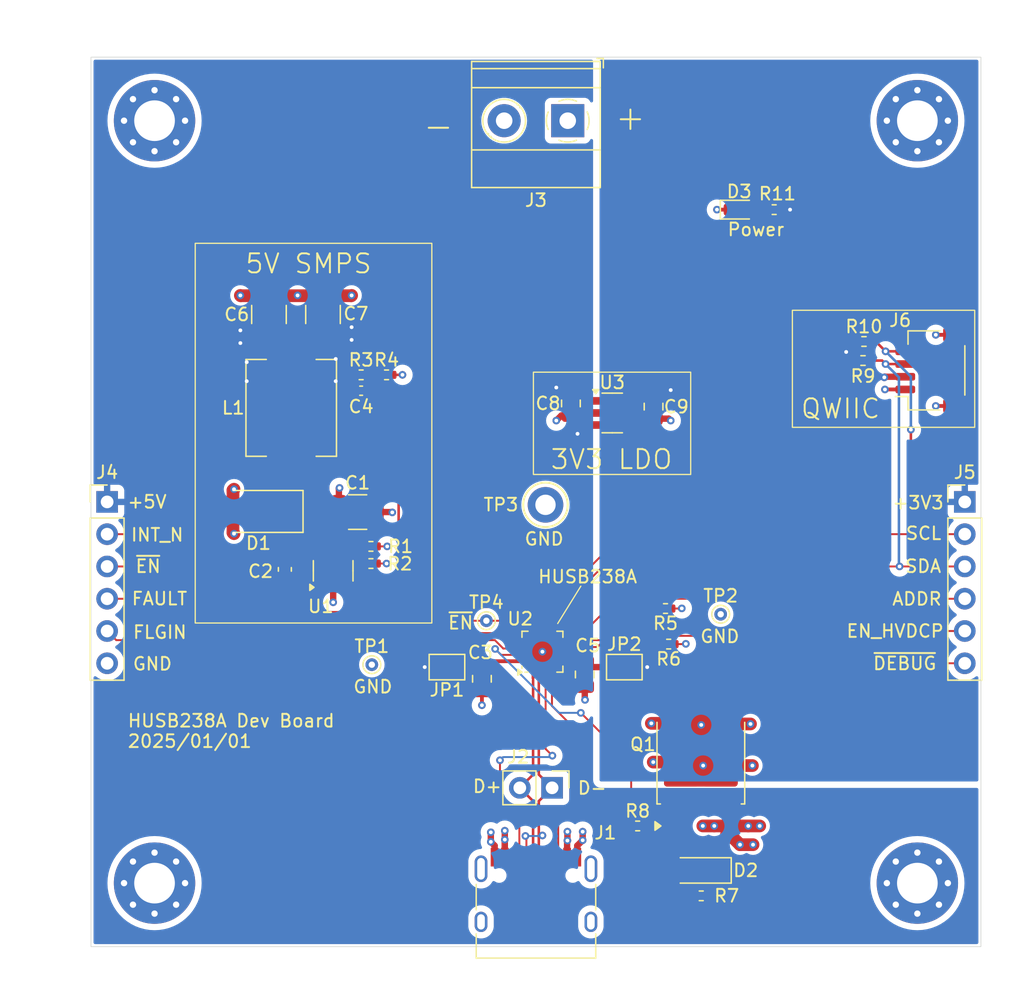
<source format=kicad_pcb>
(kicad_pcb (version 20240108) (generator "pcbnew") (generator_version "8.0")
  (layers (0 "F.Cu" signal) (1 "In1.Cu" signal) (2 "In2.Cu" signal) (31 "B.Cu" signal) (34 "B.Paste" user) (35 "F.Paste" user) (36 "B.SilkS" user "B.Silkscreen") (37 "F.SilkS" user "F.Silkscreen") (38 "B.Mask" user) (39 "F.Mask" user) (44 "Edge.Cuts" user))
  (net 0 "")
  (net 1 "VDD")
  (net 2 "GND")
  (net 3 "Net-(U1-CB)")
  (net 4 "Net-(D1-K)")
  (net 5 "Net-(JP1-A)")
  (net 6 "Net-(U1-FB)")
  (net 7 "+5V")
  (net 8 "+3V3")
  (net 9 "/VBUS")
  (net 10 "Net-(D2-A)")
  (net 11 "Net-(D3-A)")
  (net 13 "/USB_D-")
  (net 14 "/CC2")
  (net 15 "/CC1")
  (net 17 "/USB_D+")
  (net 18 "/SCL")
  (net 19 "/INT_N")
  (net 20 "/SDA")
  (net 21 "/~{ENABLE}")
  (net 22 "/FLGIN")
  (net 23 "/EN_HVDCP")
  (net 24 "/FAULT")
  (net 25 "/DEBUG_N")
  (net 26 "/ADDR")
  (net 27 "Net-(U1-~{SHDN})")
  (net 28 "Net-(U2-GATE)")
  (net 30 "Net-(JP2-A)")
  (footprint "TerminalBlock_Phoenix:TerminalBlock_Phoenix_MKDS-1,5-2_1x02_P5.00mm_Horizontal" (layer "F.Cu") (at 87.5 55 180)
    (property "Reference" "J3")
    (property "Value" "Screw_Terminal_01x02")
  )
  (footprint "Capacitor_SMD:C_0402_1005Metric" (layer "F.Cu") (at 71.25 76.25)
    (property "Reference" "C4")
    (property "Value" "22p")
  )
  (footprint "Package_TO_SOT_SMD:SOT-23-6" (layer "F.Cu") (at 69.05 90.4225 90)
    (property "Reference" "U1")
    (property "Value" "LMR14006")
  )
  (footprint "TestPoint:TestPoint_Keystone_5010-5014_Multipurpose" (layer "F.Cu") (at 85.75 85.23)
    (property "Reference" "TP3")
    (property "Value" "TestPoint")
  )
  (footprint "Package_DFN_QFN:QFN-16-1EP_3x3mm_P0.5mm_EP1.7x1.7mm" (layer "F.Cu") (at 85.51 96.7875 90)
    (property "Reference" "U2")
    (property "Value" "HUSB238A")
  )
  (footprint "Connector_USB:USB_C_Receptacle_HRO_TYPE-C-31-M-12" (layer "F.Cu") (at 85 117)
    (property "Reference" "J1")
    (property "Value" "USB_C_Receptacle_USB2.0_16P")
  )
  (footprint "Resistor_SMD:R_0402_1005Metric" (layer "F.Cu") (at 72.02 88.5 180)
    (property "Reference" "R1")
    (property "Value" "DNP")
  )
  (footprint "Resistor_SMD:R_0402_1005Metric" (layer "F.Cu") (at 98 116)
    (property "Reference" "R7")
    (property "Value" "DNP")
  )
  (footprint "Package_TO_SOT_SMD:TO-252-2" (layer "F.Cu") (at 97.97 105.46 90)
    (property "Reference" "Q1")
    (property "Value" "DOD50P06")
  )
  (footprint "TestPoint:TestPoint_THTPad_D1.0mm_Drill0.5mm" (layer "F.Cu") (at 72.09 97.81)
    (property "Reference" "TP1")
    (property "Value" "TestPoint")
  )
  (footprint "Capacitor_SMD:C_1210_3225Metric" (layer "F.Cu") (at 64 70.25 90)
    (property "Reference" "C6")
    (property "Value" "10u")
  )
  (footprint "Capacitor_SMD:C_0805_2012Metric" (layer "F.Cu") (at 80.75 98.92 -90)
    (property "Reference" "C3")
    (property "Value" "1u")
  )
  (footprint "LED_SMD:LED_0603_1608Metric" (layer "F.Cu") (at 100.9875 62)
    (property "Reference" "D3")
    (property "Value" "Blue")
  )
  (footprint "Package_TO_SOT_SMD:SOT-23-5" (layer "F.Cu") (at 91 78)
    (property "Reference" "U3")
    (property "Value" "ME6211C33")
  )
  (footprint "TestPoint:TestPoint_THTPad_D1.0mm_Drill0.5mm" (layer "F.Cu") (at 81.1 94.35)
    (property "Reference" "TP4")
    (property "Value" "TestPoint")
  )
  (footprint "Connector_JST:JST_SH_SM04B-SRSS-TB_1x04-1MP_P1.00mm_Horizontal" (layer "F.Cu") (at 116.05 74.65 90)
    (property "Reference" "J6")
    (property "Value" "Conn_QWIIC_Horizontal")
  )
  (footprint "Resistor_SMD:R_0402_1005Metric" (layer "F.Cu") (at 103.7375 62 180)
    (property "Reference" "R11")
    (property "Value" "1k")
  )
  (footprint "Jumper:SolderJumper-2_P1.3mm_Bridged_Pad1.0x1.5mm" (layer "F.Cu") (at 78 98 180)
    (property "Reference" "JP1")
    (property "Value" "Jumper_2_Bridged")
  )
  (footprint "Resistor_SMD:R_0402_1005Metric" (layer "F.Cu") (at 71.25 75)
    (property "Reference" "R3")
    (property "Value" "54.9k")
  )
  (footprint "Capacitor_SMD:C_1210_3225Metric" (layer "F.Cu") (at 70.975 85.8)
    (property "Reference" "C1")
    (property "Value" "10u")
  )
  (footprint "TestPoint:TestPoint_THTPad_D1.0mm_Drill0.5mm" (layer "F.Cu") (at 99.53 93.84)
    (property "Reference" "TP2")
    (property "Value" "TestPoint")
  )
  (footprint "Connector_PinHeader_2.54mm:PinHeader_1x02_P2.54mm_Vertical" (layer "F.Cu") (at 86.27 107.5 -90)
    (property "Reference" "J2")
    (property "Value" "USB_DEBUG")
  )
  (footprint "MountingHole:MountingHole_3.2mm_M3_Pad_Via" (layer "F.Cu") (at 55 55)
    (property "Reference" "H1" (hide yes))
    (property "Value" "MountingHole_Pad")
  )
  (footprint "Resistor_SMD:R_0402_1005Metric" (layer "F.Cu") (at 95.19 93.39 180)
    (property "Reference" "R5")
    (property "Value" "820k")
  )
  (footprint "Resistor_SMD:R_0402_1005Metric_Pad0.72x0.64mm_HandSolder" (layer "F.Cu") (at 110.8 72.375)
    (property "Reference" "R10")
    (property "Value" "2.2k")
  )
  (footprint "Diode_SMD:D_SOD-123" (layer "F.Cu") (at 98 114 180)
    (property "Reference" "D2")
    (property "Value" "12V")
  )
  (footprint "Connector_PinHeader_2.54mm:PinHeader_1x06_P2.54mm_Vertical" (layer "F.Cu") (at 51.27 85)
    (property "Reference" "J4")
    (property "Value" "Conn_01x06")
  )
  (footprint "Resistor_SMD:R_0402_1005Metric" (layer "F.Cu") (at 93 110.5)
    (property "Reference" "R8")
    (property "Value" "10k")
  )
  (footprint "Resistor_SMD:R_0402_1005Metric" (layer "F.Cu") (at 95.44 96.19 180)
    (property "Reference" "R6")
    (property "Value" "820k")
  )
  (footprint "Jumper:SolderJumper-2_P1.3mm_Bridged_Pad1.0x1.5mm" (layer "F.Cu") (at 91.95 98)
    (property "Reference" "JP2")
    (property "Value" "~")
  )
  (footprint "Resistor_SMD:R_0402_1005Metric" (layer "F.Cu") (at 73.25 75)
    (property "Reference" "R4")
    (property "Value" "10k")
  )
  (footprint "Capacitor_SMD:C_0805_2012Metric" (layer "F.Cu") (at 94.25 77.5 -90)
    (property "Reference" "C9")
    (property "Value" "1u")
  )
  (footprint "Diode_SMD:D_SMA" (layer "F.Cu") (at 63.17 85.75 180)
    (property "Reference" "D1")
    (property "Value" "B1100")
  )
  (footprint "Connector_PinHeader_2.54mm:PinHeader_1x06_P2.54mm_Vertical" (layer "F.Cu") (at 118.73 85)
    (property "Reference" "J5")
    (property "Value" "Conn_01x06")
  )
  (footprint "Capacitor_SMD:C_0603_1608Metric" (layer "F.Cu") (at 65.25 90.31 90)
    (property "Reference" "C2")
    (property "Value" "0.1u")
  )
  (footprint "MountingHole:MountingHole_3.2mm_M3_Pad_Via" (layer "F.Cu") (at 55 115)
    (property "Reference" "H3" (hide yes))
    (property "Value" "MountingHole_Pad")
  )
  (footprint "Capacitor_SMD:C_0805_2012Metric" (layer "F.Cu") (at 87.75 77.25 -90)
    (property "Reference" "C8")
    (property "Value" "1u")
  )
  (footprint "Capacitor_SMD:C_0805_2012Metric" (layer "F.Cu") (at 88.84 98.58 -90)
    (property "Reference" "C5")
    (property "Value" "1u")
  )
  (footprint "MountingHole:MountingHole_3.2mm_M3_Pad_Via" (layer "F.Cu") (at 115 55)
    (property "Reference" "H2" (hide yes))
    (property "Value" "MountingHole_Pad")
  )
  (footprint "Resistor_SMD:R_0402_1005Metric_Pad0.72x0.64mm_HandSolder" (layer "F.Cu") (at 110.725 73.875)
    (property "Reference" "R9")
    (property "Value" "2.2k")
  )
  (footprint "Capacitor_SMD:C_1210_3225Metric" (layer "F.Cu") (at 68.25 70.25 90)
    (property "Reference" "C7")
    (property "Value" "10u")
  )
  (footprint "MountingHole:MountingHole_3.2mm_M3_Pad_Via" (layer "F.Cu") (at 115 115)
    (property "Reference" "H4" (hide yes))
    (property "Value" "MountingHole_Pad")
  )
  (footprint "Inductor_SMD:L_KOHERelec_MDA7030" (layer "F.Cu") (at 65.75 77.6 90)
    (property "Reference" "L1")
    (property "Value" "10uH")
  )
  (footprint "Resistor_SMD:R_0402_1005Metric" (layer "F.Cu") (at 72.02 89.85)
    (property "Reference" "R2")
    (property "Value" "DNP")
  )
  (gr_rect (start 58.2 64.65) (end 76.81 94.53) (stroke (width 0.1)) (fill none) (layer "F.SilkS"))
  (gr_line (start 88.53 91.63) (end 86.71 94.57) (stroke (width 0.1)) (layer "F.SilkS"))
  (gr_rect (start 105.17 69.92) (end 119.51 79.13) (stroke (width 0.1)) (fill none) (layer "F.SilkS"))
  (gr_rect (start 84.8 74.79) (end 97.17 82.84) (stroke (width 0.1)) (fill none) (layer "F.SilkS"))
  (gr_rect (start 50 50) (end 120 120) (stroke (width 0.05)) (fill none) (layer "Edge.Cuts"))
  (gr_text "SKEC" (at 61.19 119.48 0) (layer "F.Cu") (effects (font (size 1.5 1.5) (thickness 0.3) (bold yes)) (justify left bottom)))
  (gr_text "D-" (at 88.2 108.1 0) (layer "F.SilkS") (effects (font (size 1 1) (thickness 0.153)) (justify left bottom)))
  (gr_text "+5V" (at 52.79 85.58 0) (layer "F.SilkS") (effects (font (size 1 1) (thickness 0.153)) (justify left bottom)))
  (gr_text "FAULT" (at 53.12 93.2 0) (layer "F.SilkS") (effects (font (size 1 1) (thickness 0.153)) (justify left bottom)))
  (gr_text "~{EN}" (at 78 95.1 0) (layer "F.SilkS") (effects (font (size 1 1) (thickness 0.153)) (justify left bottom)))
  (gr_text "SCL" (at 114.01 88.06 0) (layer "F.SilkS") (effects (font (size 1 1) (thickness 0.153)) (justify left bottom)))
  (gr_text "+" (at 91.09 55.9 0) (layer "F.SilkS") (effects (font (size 2 2) (thickness 0.153)) (justify left bottom)))
  (gr_text "EN_HVDCP" (at 109.34 95.75 0) (layer "F.SilkS") (effects (font (size 1 1) (thickness 0.153)) (justify left bottom)))
  (gr_text "QWIIC" (at 105.75 78.54 0) (layer "F.SilkS") (effects (font (size 1.5 1.5) (thickness 0.153) (bold yes)) (justify left bottom)))
  (gr_text "ADDR" (at 112.94 93.22 0) (layer "F.SilkS") (effects (font (size 1 1) (thickness 0.153)) (justify left bottom)))
  (gr_text "FLGIN" (at 53.22 95.84 0) (layer "F.SilkS") (effects (font (size 1 1) (thickness 0.153)) (justify left bottom)))
  (gr_text "3V3 LDO" (at 86.06 82.53 0) (layer "F.SilkS") (effects (font (size 1.5 1.5) (thickness 0.153) (bold yes)) (justify left bottom)))
  (gr_text "HUSB238A\n" (at 85.08 91.47 0) (layer "F.SilkS") (effects (font (size 1 1) (thickness 0.153)) (justify left bottom)))
  (gr_text "~{EN}" (at 53.42 90.65 0) (layer "F.SilkS") (effects (font (size 1 1) (thickness 0.153)) (justify left bottom)))
  (gr_text "INT_N" (at 53.06 88.18 0) (layer "F.SilkS") (effects (font (size 1 1) (thickness 0.153)) (justify left bottom)))
  (gr_text "GND" (at 53.21 98.33 0) (layer "F.SilkS") (effects (font (size 1 1) (thickness 0.153)) (justify left bottom)))
  (gr_text "HUSB238A Dev Board\n2025/01/01" (at 52.81 104.42 0) (layer "F.SilkS") (effects (font (size 1 1) (thickness 0.153)) (justify left bottom)))
  (gr_text "GND" (at 84.02 88.5 0) (layer "F.SilkS") (effects (font (size 1 1) (thickness 0.153)) (justify left bottom)))
  (gr_text "+3V3" (at 112.96 85.65 0) (layer "F.SilkS") (effects (font (size 1 1) (thickness 0.153)) (justify left bottom)))
  (gr_text "SDA" (at 113.95 90.65 0) (layer "F.SilkS") (effects (font (size 1 1) (thickness 0.153)) (justify left bottom)))
  (gr_text "GND" (at 97.84 96.17 0) (layer "F.SilkS") (effects (font (size 1 1) (thickness 0.153)) (justify left bottom)))
  (gr_text "-" (at 75.99 56.57 0) (layer "F.SilkS") (effects (font (size 2 2) (thickness 0.153)) (justify left bottom)))
  (gr_text "5V SMPS" (at 62.05 67.13 0) (layer "F.SilkS") (effects (font (size 1.5 1.5) (thickness 0.153) (bold yes)) (justify left bottom)))
  (gr_text "GND" (at 70.55 100.13 0) (layer "F.SilkS") (effects (font (size 1 1) (thickness 0.153)) (justify left bottom)))
  (gr_text "D+" (at 79.95 107.97 0) (layer "F.SilkS") (effects (font (size 1 1) (thickness 0.153)) (justify left bottom)))
  (gr_text "Power" (at 99.9875 64.15 0) (layer "F.SilkS") (effects (font (size 1 1) (thickness 0.153)) (justify left bottom)))
  (gr_text "~{DEBUG}" (at 111.43 98.3 0) (layer "F.SilkS") (effects (font (size 1 1) (thickness 0.153)) (justify left bottom)))
  (segment (start 97.97 104.2) (end 99.695 102.475) (width 1) (layer "F.Cu") (net 1))
  (segment (start 97.97 104.2) (end 99.52 105.75) (width 1) (layer "F.Cu") (net 1))
  (segment (start 69.5 83.95) (end 69.55 83.9) (width 0.5) (layer "F.Cu") (net 1))
  (segment (start 69.05 89.285) (end 69.05 86.25) (width 0.5) (layer "F.Cu") (net 1))
  (segment (start 69.5 85.8) (end 69.5 83.95) (width 0.5) (layer "F.Cu") (net 1))
  (segment (start 99.695 102.475) (end 101.875 102.475) (width 1) (layer "F.Cu") (net 1))
  (segment (start 96.695 105.475) (end 94.225 105.475) (width 1) (layer "F.Cu") (net 1))
  (segment (start 96.195 102.425) (end 94.075 102.425) (width 1) (layer "F.Cu") (net 1))
  (segment (start 99.52 105.75) (end 102.025 105.75) (width 1) (layer "F.Cu") (net 1))
  (segment (start 97.97 104.2) (end 96.695 105.475) (width 1) (layer "F.Cu") (net 1))
  (segment (start 97.97 104.2) (end 96.195 102.425) (width 1) (layer "F.Cu") (net 1))
  (segment (start 69.05 86.25) (end 69.5 85.8) (width 0.5) (layer "F.Cu") (net 1))
  (segment (start 72.53 88.5) (end 73.3 88.5) (width 0.15) (layer "F.Cu") (net 1))
  (via (at 73.3 88.5) (size 0.6) (drill 0.3) (layers "F.Cu" "B.Cu") (net 1))
  (via (at 94.225 105.475) (size 0.6) (drill 0.3) (layers "F.Cu" "B.Cu") (net 1))
  (via (at 98 102.55) (size 0.6) (drill 0.3) (layers "F.Cu" "B.Cu") (net 1))
  (via (at 101.875 102.475) (size 0.6) (drill 0.3) (layers "F.Cu" "B.Cu") (net 1))
  (via (at 69.55 83.9) (size 0.6) (drill 0.3) (layers "F.Cu" "B.Cu") (net 1))
  (via (at 98.15 105.75) (size 0.6) (drill 0.3) (layers "F.Cu" "B.Cu") (net 1))
  (via (at 102.025 105.75) (size 0.6) (drill 0.3) (layers "F.Cu" "B.Cu") (net 1))
  (via (at 94.075 102.425) (size 0.6) (drill 0.3) (layers "F.Cu" "B.Cu") (net 1))
  (segment (start 89.8625 78) (end 87.95 78) (width 0.5) (layer "F.Cu") (net 2))
  (segment (start 80.75 99.87) (end 80.75 101) (width 0.3) (layer "F.Cu") (net 2))
  (segment (start 88.84 99.53) (end 88.84 100.56) (width 0.5) (layer "F.Cu") (net 2))
  (segment (start 64 68.775) (end 61.775 68.775) (width 1) (layer "F.Cu") (net 2))
  (segment (start 68.25 68.775) (end 70.475 68.775) (width 1) (layer "F.Cu") (net 2))
  (segment (start 72.45 85.8) (end 73.675 85.8) (width 0.5) (layer "F.Cu") (net 2))
  (segment (start 61.17 87.42) (end 61.25 87.5) (width 1) (layer "F.Cu") (net 2))
  (segment (start 93.8 78) (end 89.8625 78) (width 0.5) (layer "F.Cu") (net 2))
  (segment (start 81.45 111.75) (end 81.45 111) (width 0.5) (layer "F.Cu") (net 2))
  (segment (start 117.925 77.45) (end 116.45 77.45) (width 0.3) (layer "F.Cu") (net 2))
  (segment (start 95.95 96.19) (end 96.77 96.19) (width 0.15) (layer "F.Cu") (net 2))
  (segment (start 81.75 112.05) (end 81.45 111.75) (width 0.5) (layer "F.Cu") (net 2))
  (segment (start 61.17 84.08) (end 61.25 84) (width 1) (layer "F.Cu") (net 2))
  (segment (start 95.45 78.45) (end 95.6 78.6) (width 0.5) (layer "F.Cu") (net 2))
  (segment (start 88.675 111.625) (end 88.675 110.95) (width 0.5) (layer "F.Cu") (net 2))
  (segment (start 100.2 62) (end 99.2375 62) (width 0.3) (layer "F.Cu") (net 2))
  (segment (start 61.17 85.75) (end 61.17 87.42) (width 1) (layer "F.Cu") (net 2))
  (segment (start 87.75 78.2) (end 87 78.2) (width 0.5) (layer "F.Cu") (net 2))
  (segment (start 96.77 96.19) (end 96.79 96.17) (width 0.15) (layer "F.Cu") (net 2))
  (segment (start 69.05 91.56) (end 69.05 92.9) (width 0.5) (layer "F.Cu") (net 2))
  (segment (start 88.25 112.955) (end 88.25 112.05) (width 0.5) (layer "F.Cu") (net 2))
  (segment (start 61.17 85.75) (end 61.17 84.08) (width 1) (layer "F.Cu") (net 2))
  (segment (start 87.95 78) (end 87.75 78.2) (width 0.5) (layer "F.Cu") (net 2))
  (segment (start 81.75 112.955) (end 81.75 112.05) (width 0.5) (layer "F.Cu") (net 2))
  (segment (start 88.84 100.56) (end 88.86 100.58) (width 0.5) (layer "F.Cu") (net 2))
  (segment (start 114.05 76.15) (end 112.45 76.15) (width 0.3) (layer "F.Cu") (net 2))
  (segment (start 72.53 89.85) (end 73.25 89.85) (width 0.15) (layer "F.Cu") (net 2))
  (segment (start 94.25 78.45) (end 93.8 78) (width 0.5) (layer "F.Cu") (net 2))
  (segment (start 94.25 78.45) (end 95.45 78.45) (width 0.5) (layer "F.Cu") (net 2))
  (segment (start 64 68.775) (end 68.25 68.775) (width 1) (layer "F.Cu") (net 2))
  (segment (start 88.25 112.05) (end 88.675 111.625) (width 0.5) (layer "F.Cu") (net 2))
  (segment (start 73.76 75) (end 74.5 75) (width 0.2) (layer "F.Cu") (net 2))
  (segment (start 87 78.2) (end 86.6 78.6) (width 0.5) (layer "F.Cu") (net 2))
  (segment (start 61.775 68.775) (end 61.75 68.75) (width 1) (layer "F.Cu") (net 2))
  (segment (start 70.475 68.775) (end 70.5 68.75) (width 1) (layer "F.Cu") (net 2))
  (segment (start 73.675 85.8) (end 73.7 85.825) (width 0.5) (layer "F.Cu") (net 2))
  (segment (start 96.46 93.39) (end 96.47 93.38) (width 0.15) (layer "F.Cu") (net 2))
  (segment (start 95.7 93.39) (end 96.46 93.39) (width 0.15) (layer "F.Cu") (net 2))
  (segment (start 117.925 71.85) (end 116.45 71.85) (width 0.3) (layer "F.Cu") (net 2))
  (via (at 88.86 100.58) (size 0.6) (drill 0.3) (layers "F.Cu" "B.Cu") (net 2))
  (via (at 69.05 92.9) (size 0.6) (drill 0.3) (layers "F.Cu" "B.Cu") (net 2))
  (via (at 61.25 84) (size 0.6) (drill 0.3) (layers "F.Cu" "B.Cu") (net 2))
  (via (at 73.25 89.85) (size 0.6) (drill 0.3) (layers "F.Cu" "B.Cu") (net 2))
  (via (at 73.7 85.825) (size 0.6) (drill 0.3) (layers "F.Cu" "B.Cu") (net 2))
  (via (at 112.45 76.15) (size 0.6) (drill 0.3) (layers "F.Cu" "B.Cu") (net 2))
  (via (at 85.51 96.7875) (size 0.6) (drill 0.3) (layers "F.Cu" "B.Cu") (net 2))
  (via (at 116.45 77.45) (size 0.6) (drill 0.3) (layers "F.Cu" "B.Cu") (net 2))
  (via (at 80.75 101) (size 0.6) (drill 0.3) (layers "F.Cu" "B.Cu") (net 2))
  (via (at 61.25 87.5) (size 0.6) (drill 0.3) (layers "F.Cu" "B.Cu") (net 2))
  (via (at 81.45 111.75) (size 0.6) (drill 0.3) (layers "F.Cu" "B.Cu") (net 2))
  (via (at 116.45 71.85) (size 0.6) (drill 0.3) (layers "F.Cu" "B.Cu") (net 2))
  (via (at 88.675 110.95) (size 0.6) (drill 0.3) (layers "F.Cu" "B.Cu") (net 2))
  (via (at 70.5 68.75) (size 0.6) (drill 0.3) (layers "F.Cu" "B.Cu") (net 2))
  (via (at 96.47 93.38) (size 0.6) (drill 0.3) (layers "F.Cu" "B.Cu") (net 2))
  (via (at 61.75 68.75) (size 0.6) (drill 0.3) (layers "F.Cu" "B.Cu") (net 2))
  (via (at 88.675 111.625) (size 0.6) (drill 0.3) (layers "F.Cu" "B.Cu") (net 2))
  (via (at 66.25 68.75) (size 0.6) (drill 0.3) (layers "F.Cu" "B.Cu") (net 2))
  (via (at 81.45 111) (size 0.6) (drill 0.3) (layers "F.Cu" "B.Cu") (net 2))
  (via (at 99.2375 62) (size 0.6) (drill 0.3) (layers "F.Cu" "B.Cu") (net 2))
  (via (at 74.5 75) (size 0.6) (drill 0.3) (layers "F.Cu" "B.Cu") (net 2))
  (via (at 86.6 78.6) (size 0.6) (drill 0.3) (layers "F.Cu" "B.Cu") (net 2))
  (via (at 96.79 96.17) (size 0.6) (drill 0.3) (layers "F.Cu" "B.Cu") (net 2))
  (via (at 95.6 78.6) (size 0.6) (drill 0.3) (layers "F.Cu" "B.Cu") (net 2))
  (segment (start 65.25 91.085) (end 67.625 91.085) (width 0.3) (layer "F.Cu") (net 3))
  (segment (start 67.625 91.085) (end 68.1 91.56) (width 0.3) (layer "F.Cu") (net 3))
  (segment (start 81.1825 97.5375) (end 80.75 97.97) (width 0.3) (layer "F.Cu") (net 5))
  (segment (start 80.72 98) (end 80.75 97.97) (width 0.5) (layer "F.Cu") (net 5))
  (segment (start 78.65 98) (end 80.72 98) (width 0.5) (layer "F.Cu") (net 5))
  (segment (start 84.0475 97.5375) (end 81.1825 97.5375) (width 0.3) (layer "F.Cu") (net 5))
  (segment (start 71.73 76.25) (end 71.73 75.03) (width 0.2) (layer "F.Cu") (net 6))
  (segment (start 71.73 75.03) (end 71.76 75) (width 0.2) (layer "F.Cu") (net 6))
  (segment (start 74.2 78.72) (end 74.2 91.3) (width 0.2) (layer "F.Cu") (net 6))
  (segment (start 71.73 76.25) (end 74.2 78.72) (width 0.2) (layer "F.Cu") (net 6))
  (segment (start 71.76 75) (end 72.74 75) (width 0.2) (layer "F.Cu") (net 6))
  (segment (start 74.2 91.3) (end 73.94 91.56) (width 0.2) (layer "F.Cu") (net 6))
  (segment (start 73.94 91.56) (end 70 91.56) (width 0.2) (layer "F.Cu") (net 6))
  (segment (start 89.8625 78.95) (end 88.96 78.95) (width 0.15) (layer "F.Cu") (net 7))
  (segment (start 87.75 76.3) (end 86.9 76.3) (width 0.5) (layer "F.Cu") (net 7))
  (segment (start 77.35 98) (end 76.25 98) (width 0.5) (layer "F.Cu") (net 7))
  (segment (start 88.96 78.95) (end 88.27 79.64) (width 0.15) (layer "F.Cu") (net 7))
  (segment (start 89.8625 77.05) (end 88.5 77.05) (width 0.5) (layer "F.Cu") (net 7))
  (segment (start 88.5 77.05) (end 87.75 76.3) (width 0.5) (layer "F.Cu") (net 7))
  (segment (start 86.9 76.3) (end 86.6 76) (width 0.5) (layer "F.Cu") (net 7))
  (via (at 62.25 74) (size 0.6) (drill 0.3) (layers "F.Cu" "B.Cu") (net 7))
  (via (at 62.25 75.5) (size 0.6) (drill 0.3) (layers "F.Cu" "B.Cu") (net 7))
  (via (at 86.6 76) (size 0.6) (drill 0.3) (layers "F.Cu" "B.Cu") (net 7))
  (via (at 61.75 72.5) (size 0.6) (drill 0.3) (layers "F.Cu" "B.Cu") (net 7))
  (via (at 70.5 71.25) (size 0.6) (drill 0.3) (layers "F.Cu" "B.Cu") (net 7))
  (via (at 69.25 73.75) (size 0.6) (drill 0.3) (layers "F.Cu" "B.Cu") (net 7))
  (via (at 76.25 98) (size 0.6) (drill 0.3) (layers "F.Cu" "B.Cu") (net 7))
  (via (at 70.5 72.25) (size 0.6) (drill 0.3) (layers "F.Cu" "B.Cu") (net 7))
  (via (at 69.25 75.5) (size 0.6) (drill 0.3) (layers "F.Cu" "B.Cu") (net 7))
  (via (at 88.27 79.64) (size 0.6) (drill 0.3) (layers "F.Cu" "B.Cu") (net 7))
  (via (at 61.75 71.5) (size 0.6) (drill 0.3) (layers "F.Cu" "B.Cu") (net 7))
  (segment (start 95.25 76.55) (end 95.6 76.2) (width 0.5) (layer "F.Cu") (net 8))
  (segment (start 110.2025 72.3975) (end 109.4 73.2) (width 0.3) (layer "F.Cu") (net 8))
  (segment (start 112.45 75.15) (end 112.4 75.2) (width 0.5) (layer "F.Cu") (net 8))
  (segment (start 93.75 77.05) (end 94.25 76.55) (width 0.5) (layer "F.Cu") (net 8))
  (segment (start 92.1375 77.05) (end 93.75 77.05) (width 0.5) (layer "F.Cu") (net 8))
  (segment (start 104.2475 62) (end 104.9875 62) (width 0.3) (layer "F.Cu") (net 8))
  (segment (start 110.2025 72.375) (end 110.2025 72.3975) (width 0.3) (layer "F.Cu") (net 8))
  (segment (start 110.1275 73.875) (end 110.075 73.875) (width 0.3) (layer "F.Cu") (net 8))
  (segment (start 110.075 73.875) (end 109.4 73.2) (width 0.3) (layer "F.Cu") (net 8))
  (segment (start 92.6 98) (end 93.75 98) (width 0.5) (layer "F.Cu") (net 8))
  (segment (start 94.25 76.55) (end 95.25 76.55) (width 0.5) (layer "F.Cu") (net 8))
  (segment (start 114.05 75.15) (end 112.45 75.15) (width 0.5) (layer "F.Cu") (net 8))
  (via (at 104.9875 62) (size 0.6) (drill 0.3) (layers "F.Cu" "B.Cu") (net 8))
  (via (at 93.75 98) (size 0.6) (drill 0.3) (layers "F.Cu" "B.Cu") (net 8))
  (via (at 112.4 75.2) (size 0.6) (drill 0.3) (layers "F.Cu" "B.Cu") (net 8))
  (via (at 95.6 76.2) (size 0.6) (drill 0.3) (layers "F.Cu" "B.Cu") (net 8))
  (via (at 109.4 73.2) (size 0.6) (drill 0.3) (layers "F.Cu" "B.Cu") (net 8))
  (segment (start 82.55 112.955) (end 82.55 110.875) (width 0.5) (layer "F.Cu") (net 9))
  (segment (start 101.05 111.975) (end 102.075 111.975) (width 1) (layer "F.Cu") (net 9))
  (segment (start 87.475 111.65) (end 87.475 110.95) (width 0.5) (layer "F.Cu") (net 9))
  (segment (start 100.25 110.5) (end 101.7 110.5) (width 1) (layer "F.Cu") (net 9))
  (segment (start 100.25 110.5) (end 100.25 111.175) (width 1) (layer "F.Cu") (net 9))
  (segment (start 101.7 110.5) (end 102.6 110.5) (width 1) (layer "F.Cu") (net 9))
  (segment (start 87.45 112.955) (end 87.45 111.675) (width 0.5) (layer "F.Cu") (net 9))
  (segment (start 87.45 111.675) (end 87.475 111.65) (width 0.5) (layer "F.Cu") (net 9))
  (segment (start 100.25 110.5) (end 99.025 110.5) (width 1) (layer "F.Cu") (net 9))
  (segment (start 99.65 111.1) (end 100.25 110.5) (width 0.3) (layer "F.Cu") (net 9))
  (segment (start 100.25 111.175) (end 101.05 111.975) (width 1) (layer "F.Cu") (net 9))
  (segment (start 98.51 115.14) (end 99.65 114) (width 0.3) (layer "F.Cu") (net 9))
  (segment (start 99.025 110.5) (end 98.125 110.5) (width 1) (layer "F.Cu") (net 9))
  (segment (start 98.51 116) (end 98.51 115.14) (width 0.3) (layer "F.Cu") (net 9))
  (segment (start 82.55 112.955) (end 82.55 111.575) (width 0.5) (layer "F.Cu") (net 9))
  (segment (start 99.65 114) (end 99.65 111.1) (width 0.3) (layer "F.Cu") (net 9))
  (via (at 102.6 110.5) (size 0.6) (drill 0.3) (layers "F.Cu" "B.Cu") (net 9))
  (via (at 87.475 111.65) (size 0.6) (drill 0.3) (layers "F.Cu" "B.Cu") (net 9))
  (via (at 87.475 110.95) (size 0.6) (drill 0.3) (layers "F.Cu" "B.Cu") (net 9))
  (via (at 101.05 111.975) (size 0.6) (drill 0.3) (layers "F.Cu" "B.Cu") (net 9))
  (via (at 99.025 110.5) (size 0.6) (drill 0.3) (layers "F.Cu" "B.Cu") (net 9))
  (via (at 101.7 110.5) (size 0.6) (drill 0.3) (layers "F.Cu" "B.Cu") (net 9))
  (via (at 82.55 111.575) (size 0.6) (drill 0.3) (layers "F.Cu" "B.Cu") (net 9))
  (via (at 82.55 110.875) (size 0.6) (drill 0.3) (layers "F.Cu" "B.Cu") (net 9))
  (via (at 98.125 110.5) (size 0.6) (drill 0.3) (layers "F.Cu" "B.Cu") (net 9))
  (via (at 102.075 111.975) (size 0.6) (drill 0.3) (layers "F.Cu" "B.Cu") (net 9))
  (segment (start 97.49 116) (end 97.49 115.14) (width 0.3) (layer "F.Cu") (net 10))
  (segment (start 95.69 110.5) (end 93.51 110.5) (width 0.3) (layer "F.Cu") (net 10))
  (segment (start 95.69 113.34) (end 96.35 114) (width 0.3) (layer "F.Cu") (net 10))
  (segment (start 95.69 110.5) (end 95.69 113.34) (width 0.3) (layer "F.Cu") (net 10))
  (segment (start 97.49 115.14) (end 96.35 114) (width 0.3) (layer "F.Cu") (net 10))
  (segment (start 101.775 62) (end 103.2275 62) (width 0.3) (layer "F.Cu") (net 11))
  (segment (start 85.225 108.545) (end 85.225 111.41) (width 0.2) (layer "F.Cu") (net 13))
  (segment (start 85.26 98.868751) (end 85.235 98.893751) (width 0.2) (layer "F.Cu") (net 13))
  (segment (start 85.26 98.25) (end 85.26 98.868751) (width 0.2) (layer "F.Cu") (net 13))
  (segment (start 84.25 112.955) (end 84.25 111.37) (width 0.15) (layer "F.Cu") (net 13))
  (segment (start 85.385 111.25) (end 85.225 111.41) (width 0.15) (layer "F.Cu") (net 13))
  (segment (start 84.25 111.37) (end 84.17 111.29) (width 0.15) (layer "F.Cu") (net 13))
  (segment (start 86.27 107.5) (end 85.225 108.545) (width 0.2) (layer "F.Cu") (net 13))
  (segment (start 86.27 107.5) (end 85.225 106.455) (width 0.2) (layer "F.Cu") (net 13))
  (segment (start 85.225 106.455) (end 85.225 99.009698) (width 0.2) (layer "F.Cu") (net 13))
  (segment (start 85.225 111.41) (end 85.225 112.86) (width 0.2) (layer "F.Cu") (net 13))
  (segment (start 85.51 111.25) (end 85.385 111.25) (width 0.15) (layer "F.Cu") (net 13))
  (via (at 84.17 111.29) (size 0.6) (drill 0.3) (layers "F.Cu" "B.Cu") (net 13))
  (via (at 85.51 111.25) (size 0.6) (drill 0.3) (layers "F.Cu" "B.Cu") (net 13))
  (segment (start 85.47 111.29) (end 85.51 111.25) (width 0.15) (layer "B.Cu") (net 13))
  (segment (start 84.17 111.29) (end 85.47 111.29) (width 0.15) (layer "B.Cu") (net 13))
  (segment (start 87.7 102.5) (end 86.26 101.06) (width 0.15) (layer "F.Cu") (net 14))
  (segment (start 86.75 110.26) (end 87.7 109.31) (width 0.15) (layer "F.Cu") (net 14))
  (segment (start 86.26 101.06) (end 86.26 98.25) (width 0.15) (layer "F.Cu") (net 14))
  (segment (start 86.75 112.955) (end 86.75 110.26) (width 0.15) (layer "F.Cu") (net 14))
  (segment (start 87.7 109.31) (end 87.7 102.5) (width 0.15) (layer "F.Cu") (net 14))
  (segment (start 83.695 112.9) (end 83.75 112.955) (width 0.15) (layer "F.Cu") (net 15))
  (segment (start 82.17 108.48) (end 83.695 110.005) (width 0.15) (layer "F.Cu") (net 15))
  (segment (start 82.17 105.33) (end 82.17 108.48) (width 0.15) (layer "F.Cu") (net 15))
  (segment (start 85.76 98.25) (end 85.76 104.44) (width 0.15) (layer "F.Cu") (net 15))
  (segment (start 85.76 104.44) (end 86.29 104.97) (width 0.15) (layer "F.Cu") (net 15))
  (segment (start 83.695 110.005) (end 83.695 112.9) (width 0.15) (layer "F.Cu") (net 15))
  (via (at 82.17 105.33) (size 0.6) (drill 0.3) (layers "F.Cu" "B.Cu") (net 15))
  (via (at 86.29 104.97) (size 0.6) (drill 0.3) (layers "F.Cu" "B.Cu") (net 15))
  (segment (start 86.29 104.97) (end 86.18 105.08) (width 0.15) (layer "B.Cu") (net 15))
  (segment (start 82.42 105.08) (end 82.17 105.33) (width 0.15) (layer "B.Cu") (net 15))
  (segment (start 86.18 105.08) (end 82.42 105.08) (width 0.15) (layer "B.Cu") (net 15))
  (segment (start 84.775 106.455) (end 84.775 99.009698) (width 0.2) (layer "F.Cu") (net 17))
  (segment (start 84.775 108.545) (end 84.775 112.86) (width 0.2) (layer "F.Cu") (net 17))
  (segment (start 84.75 114.13) (end 85.1 114.48) (width 0.15) (layer "F.Cu") (net 17))
  (segment (start 84.76 98.25) (end 84.76 98.868751) (width 0.2) (layer "F.Cu") (net 17))
  (segment (start 83.73 107.5) (end 84.775 108.545) (width 0.2) (layer "F.Cu") (net 17))
  (segment (start 84.76 98.868751) (end 84.785 98.893751) (width 0.2) (layer "F.Cu") (net 17))
  (segment (start 85.75 113.83) (end 85.75 112.955) (width 0.15) (layer "F.Cu") (net 17))
  (segment (start 83.73 107.5) (end 84.775 106.455) (width 0.2) (layer "F.Cu") (net 17))
  (segment (start 84.75 112.955) (end 84.75 114.13) (width 0.15) (layer "F.Cu") (net 17))
  (segment (start 85.1 114.48) (end 85.75 113.83) (width 0.15) (layer "F.Cu") (net 17))
  (segment (start 114.49 87.51) (end 114.52 87.54) (width 0.2) (layer "F.Cu") (net 18))
  (segment (start 85.76 93.62) (end 91.84 87.54) (width 0.15) (layer "F.Cu") (net 18))
  (segment (start 91.84 87.54) (end 114.52 87.54) (width 0.15) (layer "F.Cu") (net 18))
  (segment (start 111.3975 72.375) (end 111.725 72.375) (width 0.2) (layer "F.Cu") (net 18))
  (segment (start 114.49 79.31) (end 114.49 87.51) (width 0.2) (layer "F.Cu") (net 18))
  (segment (start 85.76 95.325) (end 85.76 93.62) (width 0.15) (layer "F.Cu") (net 18))
  (segment (start 111.725 72.375) (end 112.5 73.15) (width 0.2) (layer "F.Cu") (net 18))
  (segment (start 114.05 73.15) (end 112.5 73.15) (width 0.2) (layer "F.Cu") (net 18))
  (segment (start 114.52 87.54) (end 118.73 87.54) (width 0.15) (layer "F.Cu") (net 18))
  (via (at 114.49 79.31) (size 0.6) (drill 0.3) (layers "F.Cu" "B.Cu") (net 18))
  (via (at 112.5 73.15) (size 0.6) (drill 0.3) (layers "F.Cu" "B.Cu") (net 18))
  (segment (start 114.49 75.14) (end 114.49 79.31) (width 0.2) (layer "B.Cu") (net 18))
  (segment (start 112.5 73.15) (end 114.49 75.14) (width 0.2) (layer "B.Cu") (net 18))
  (segment (start 84.88 93.28) (end 75.24 93.28) (width 0.15) (layer "F.Cu") (net 19))
  (segment (start 55.86 87.54) (end 51.27 87.54) (width 0.15) (layer "F.Cu") (net 19))
  (segment (start 74.86 93.66) (end 61.98 93.66) (width 0.15) (layer "F.Cu") (net 19))
  (segment (start 61.98 93.66) (end 55.86 87.54) (width 0.15) (layer "F.Cu") (net 19))
  (segment (start 75.24 93.28) (end 74.86 93.66) (width 0.15) (layer "F.Cu") (net 19))
  (segment (start 85.26 95.325) (end 85.26 93.66) (width 0.15) (layer "F.Cu") (net 19))
  (segment (start 85.26 93.66) (end 84.88 93.28) (width 0.15) (layer "F.Cu") (net 19))
  (segment (start 111.3225 73.875) (end 112.225 73.875) (width 0.2) (layer "F.Cu") (net 20))
  (segment (start 90.26 90.08) (end 113.6 90.08) (width 0.15) (layer "F.Cu") (net 20))
  (segment (start 113.6 90.08) (end 118.73 90.08) (width 0.15) (layer "F.Cu") (net 20))
  (segment (start 112.225 73.875) (end 112.5 74.15) (width 0.2) (layer "F.Cu") (net 20))
  (segment (start 86.26 94.08) (end 90.26 90.08) (width 0.15) (layer "F.Cu") (net 20))
  (segment (start 114.05 74.15) (end 112.5 74.15) (width 0.2) (layer "F.Cu") (net 20))
  (segment (start 86.26 95.325) (end 86.26 94.08) (width 0.15) (layer "F.Cu") (net 20))
  (via (at 112.5 74.15) (size 0.6) (drill 0.3) (layers "F.Cu" "B.Cu") (net 20))
  (via (at 113.6 90.08) (size 0.6) (drill 0.3) (layers "F.Cu" "B.Cu") (net 20))
  (segment (start 113.55 75.2) (end 113.55 90.03) (width 0.2) (layer "B.Cu") (net 20))
  (segment (start 113.55 90.03) (end 113.6 90.08) (width 0.2) (layer "B.Cu") (net 20))
  (segment (start 112.5 74.15) (end 113.55 75.2) (width 0.2) (layer "B.Cu") (net 20))
  (segment (start 59.67 94.28) (end 55.47 90.08) (width 0.15) (layer "F.Cu") (net 21))
  (segment (start 59.74 94.35) (end 59.67 94.28) (width 0.15) (layer "F.Cu") (net 21))
  (segment (start 81.1 94.35) (end 84.56 94.35) (width 0.15) (layer "F.Cu") (net 21))
  (segment (start 84.56 94.35) (end 84.76 94.55) (width 0.15) (layer "F.Cu") (net 21))
  (segment (start 55.47 90.08) (end 51.27 90.08) (width 0.15) (layer "F.Cu") (net 21))
  (segment (start 81.1 94.35) (end 59.74 94.35) (width 0.15) (layer "F.Cu") (net 21))
  (segment (start 84.76 95.325) (end 84.76 94.55) (width 0.15) (layer "F.Cu") (net 21))
  (segment (start 84.0475 96.5375) (end 82.429252 96.5375) (width 0.15) (layer "F.Cu") (net 22))
  (segment (start 51.99 95.88) (end 51.27 95.16) (width 0.15) (layer "F.Cu") (net 22))
  (segment (start 81.771752 95.88) (end 51.99 95.88) (width 0.15) (layer "F.Cu") (net 22))
  (segment (start 82.429252 96.5375) (end 81.771752 95.88) (width 0.15) (layer "F.Cu") (net 22))
  (segment (start 94.58 95.16) (end 118.73 95.16) (width 0.15) (layer "F.Cu") (net 23))
  (segment (start 86.9725 96.5375) (end 87.9525 96.5375) (width 0.15) (layer "F.Cu") (net 23))
  (segment (start 88.61 95.88) (end 93.86 95.88) (width 0.15) (layer "F.Cu") (net 23))
  (segment (start 87.9525 96.5375) (end 88.61 95.88) (width 0.15) (layer "F.Cu") (net 23))
  (segment (start 93.86 95.88) (end 94.58 95.16) (width 0.15) (layer "F.Cu") (net 23))
  (segment (start 83.3175 96.0375) (end 84.0475 96.0375) (width 0.15) (layer "F.Cu") (net 24))
  (segment (start 58.4 95.32) (end 82.6 95.32) (width 0.15) (layer "F.Cu") (net 24))
  (segment (start 51.27 92.62) (end 55.7 92.62) (width 0.15) (layer "F.Cu") (net 24))
  (segment (start 55.7 92.62) (end 58.4 95.32) (width 0.15) (layer "F.Cu") (net 24))
  (segment (start 82.6 95.32) (end 83.3175 96.0375) (width 0.15) (layer "F.Cu") (net 24))
  (segment (start 89.83 96.42) (end 90.06 96.19) (width 0.15) (layer "F.Cu") (net 25))
  (segment (start 95.58 95.54) (end 106.27 95.54) (width 0.15) (layer "F.Cu") (net 25))
  (segment (start 94.93 96.19) (end 95.58 95.54) (width 0.15) (layer "F.Cu") (net 25))
  (segment (start 87.806054 97.0375) (end 88.423554 96.42) (width 0.15) (layer "F.Cu") (net 25))
  (segment (start 90.06 96.19) (end 94.93 96.19) (width 0.15) (layer "F.Cu") (net 25))
  (segment (start 88.423554 96.42) (end 89.83 96.42) (width 0.15) (layer "F.Cu") (net 25))
  (segment (start 86.9725 97.0375) (end 87.806054 97.0375) (width 0.15) (layer "F.Cu") (net 25))
  (segment (start 106.27 95.54) (end 108.43 97.7) (width 0.15) (layer "F.Cu") (net 25))
  (segment (start 108.43 97.7) (end 118.73 97.7) (width 0.15) (layer "F.Cu") (net 25))
  (segment (start 94.68 93.39) (end 94.68 92.89) (width 0.15) (layer "F.Cu") (net 26))
  (segment (start 87.9825 96.0375) (end 90.63 93.39) (width 0.15) (layer "F.Cu") (net 26))
  (segment (start 90.63 93.39) (end 94.68 93.39) (width 0.15) (layer "F.Cu") (net 26))
  (segment (start 94.95 92.62) (end 118.73 92.62) (width 0.15) (layer "F.Cu") (net 26))
  (segment (start 94.68 92.89) (end 94.95 92.62) (width 0.15) (layer "F.Cu") (net 26))
  (segment (start 86.9725 96.0375) (end 87.9825 96.0375) (width 0.15) (layer "F.Cu") (net 26))
  (segment (start 70.785 88.5) (end 71.51 88.5) (width 0.15) (layer "F.Cu") (net 27))
  (segment (start 70.565 89.85) (end 71.51 89.85) (width 0.15) (layer "F.Cu") (net 27))
  (segment (start 70 89.285) (end 70.785 88.5) (width 0.15) (layer "F.Cu") (net 27))
  (segment (start 70 89.285) (end 70.565 89.85) (width 0.15) (layer "F.Cu") (net 27))
  (segment (start 88.53 101.6) (end 92.49 105.56) (width 0.15) (layer "F.Cu") (net 28))
  (segment (start 84.0475 97.0375) (end 82.2575 97.0375) (width 0.15) (layer "F.Cu") (net 28))
  (segment (start 82.2575 97.0375) (end 81.79 96.57) (width 0.15) (layer "F.Cu") (net 28))
  (segment (start 92.49 105.56) (end 92.49 110.5) (width 0.15) (layer "F.Cu") (net 28))
  (via (at 81.79 96.57) (size 0.6) (drill 0.3) (layers "F.Cu" "B.Cu") (net 28))
  (via (at 88.53 101.6) (size 0.6) (drill 0.3) (layers "F.Cu" "B.Cu") (net 28))
  (segment (start 81.79 96.57) (end 86.82 101.6) (width 0.15) (layer "B.Cu") (net 28))
  (segment (start 86.82 101.6) (end 88.53 101.6) (width 0.15) (layer "B.Cu") (net 28))
  (segment (start 89.21 98) (end 88.84 97.63) (width 0.5) (layer "F.Cu") (net 30))
  (segment (start 88.7475 97.5375) (end 88.84 97.63) (width 0.3) (layer "F.Cu") (net 30))
  (segment (start 91.3 98) (end 89.21 98) (width 0.5) (layer "F.Cu") (net 30))
  (segment (start 86.9725 97.5375) (end 88.7475 97.5375) (width 0.3) (layer "F.Cu") (net 30))
  (zone (net 4) (net_name "Net-(D1-K)") (layer "F.Cu") (priority 5) (connect_pads (clearance 0.5)) (min_thickness 0.25) (fill yes (thermal_gap 0.5) (thermal_bridge_width 0.5))
    (polygon (pts (xy 68.75 90.5) (xy 62.75 90.5) (xy 62.75 77.5) (xy 68.75 77.5)))
  )
  (zone (net 7) (net_name "+5V") (layer "F.Cu") (priority 6) (connect_pads (clearance 0.5)) (min_thickness 0.25) (fill yes (thermal_gap 0.5) (thermal_bridge_width 0.5))
    (polygon (pts (xy 60.75 70.25) (xy 71 70.25) (xy 71 76.75) (xy 60.75 76.75)))
  )
  (zone (net 7) (net_name "+5V") (layer "B.Cu") (priority 1) (connect_pads (clearance 0.5)) (min_thickness 0.25) (fill yes (thermal_gap 0.5) (thermal_bridge_width 0.5))
    (polygon (pts (xy 50 50) (xy 120 50) (xy 120 120) (xy 50 120)))
  )
  (zone (net 8) (net_name "+3V3") (layer "B.Cu") (priority 4) (connect_pads (clearance 0.5)) (min_thickness 0.25) (fill yes (thermal_gap 0.5) (thermal_bridge_width 0.5))
    (polygon (pts (xy 120 50) (xy 90 50) (xy 90 107) (xy 120 107)))
  )
)
</source>
